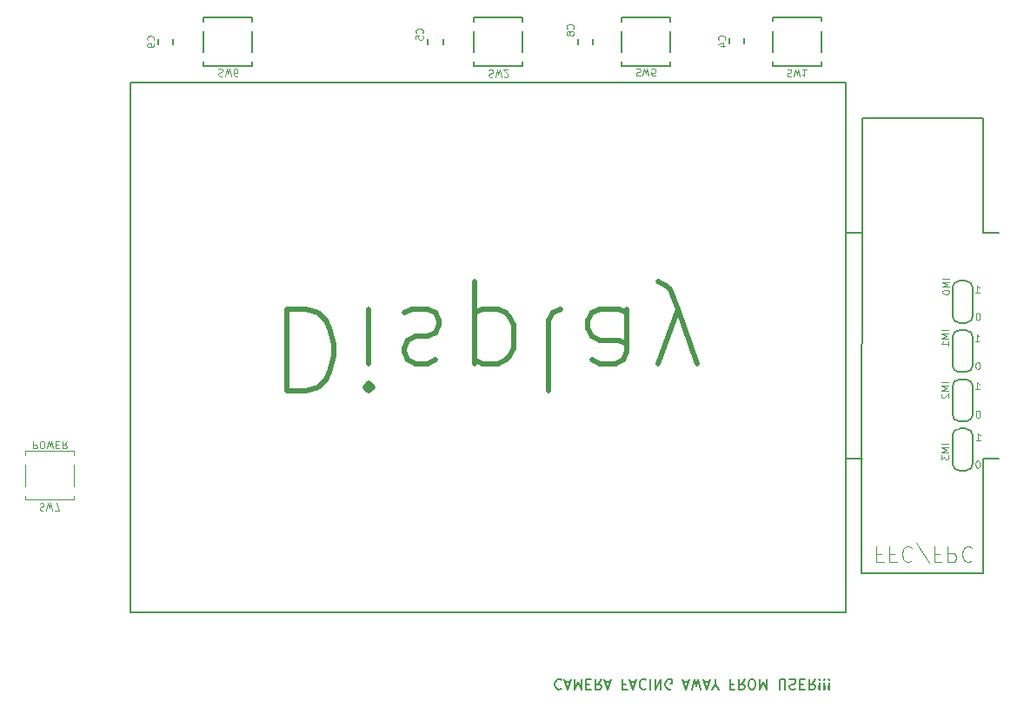
<source format=gbr>
%TF.GenerationSoftware,KiCad,Pcbnew,(6.0.8)*%
%TF.CreationDate,2023-04-21T14:35:49+02:00*%
%TF.ProjectId,Thermometer_IR_v2,54686572-6d6f-46d6-9574-65725f49525f,rev?*%
%TF.SameCoordinates,Original*%
%TF.FileFunction,Legend,Bot*%
%TF.FilePolarity,Positive*%
%FSLAX46Y46*%
G04 Gerber Fmt 4.6, Leading zero omitted, Abs format (unit mm)*
G04 Created by KiCad (PCBNEW (6.0.8)) date 2023-04-21 14:35:49*
%MOMM*%
%LPD*%
G01*
G04 APERTURE LIST*
%ADD10C,0.150000*%
%ADD11C,0.200000*%
%ADD12C,0.120000*%
%ADD13C,0.500000*%
G04 APERTURE END LIST*
D10*
X198748847Y-71335664D02*
X197188947Y-71335664D01*
X210543900Y-60148041D02*
X210543900Y-71324041D01*
X210543900Y-71324041D02*
X212103800Y-71324041D01*
X210543900Y-104521841D02*
X198732900Y-104521841D01*
X198732900Y-104547241D02*
X198745600Y-60173441D01*
X198748847Y-93335664D02*
X197188947Y-93335664D01*
D11*
X127453130Y-56660264D02*
X197196870Y-56660264D01*
X197196870Y-56660264D02*
X197196870Y-108298977D01*
X197196870Y-108298977D02*
X127453130Y-108298977D01*
X127453130Y-108298977D02*
X127453130Y-56660264D01*
D10*
X212103800Y-93320441D02*
X210543900Y-93320441D01*
X210543900Y-93320441D02*
X210543900Y-104521841D01*
X198745600Y-60148041D02*
X210543900Y-60148041D01*
D12*
X207166666Y-85941666D02*
X206466666Y-85941666D01*
X207166666Y-86275000D02*
X206466666Y-86275000D01*
X206966666Y-86508333D01*
X206466666Y-86741666D01*
X207166666Y-86741666D01*
X206533333Y-87041666D02*
X206500000Y-87075000D01*
X206466666Y-87141666D01*
X206466666Y-87308333D01*
X206500000Y-87375000D01*
X206533333Y-87408333D01*
X206600000Y-87441666D01*
X206666666Y-87441666D01*
X206766666Y-87408333D01*
X207166666Y-87008333D01*
X207166666Y-87441666D01*
X207266666Y-75816666D02*
X206566666Y-75816666D01*
X207266666Y-76150000D02*
X206566666Y-76150000D01*
X207066666Y-76383333D01*
X206566666Y-76616666D01*
X207266666Y-76616666D01*
X206566666Y-77083333D02*
X206566666Y-77150000D01*
X206600000Y-77216666D01*
X206633333Y-77250000D01*
X206700000Y-77283333D01*
X206833333Y-77316666D01*
X207000000Y-77316666D01*
X207133333Y-77283333D01*
X207200000Y-77250000D01*
X207233333Y-77216666D01*
X207266666Y-77150000D01*
X207266666Y-77083333D01*
X207233333Y-77016666D01*
X207200000Y-76983333D01*
X207133333Y-76950000D01*
X207000000Y-76916666D01*
X206833333Y-76916666D01*
X206700000Y-76950000D01*
X206633333Y-76983333D01*
X206600000Y-77016666D01*
X206566666Y-77083333D01*
X118008333Y-91658333D02*
X118008333Y-92358333D01*
X118275000Y-92358333D01*
X118341666Y-92325000D01*
X118375000Y-92291666D01*
X118408333Y-92225000D01*
X118408333Y-92125000D01*
X118375000Y-92058333D01*
X118341666Y-92025000D01*
X118275000Y-91991666D01*
X118008333Y-91991666D01*
X118841666Y-92358333D02*
X118975000Y-92358333D01*
X119041666Y-92325000D01*
X119108333Y-92258333D01*
X119141666Y-92125000D01*
X119141666Y-91891666D01*
X119108333Y-91758333D01*
X119041666Y-91691666D01*
X118975000Y-91658333D01*
X118841666Y-91658333D01*
X118775000Y-91691666D01*
X118708333Y-91758333D01*
X118675000Y-91891666D01*
X118675000Y-92125000D01*
X118708333Y-92258333D01*
X118775000Y-92325000D01*
X118841666Y-92358333D01*
X119375000Y-92358333D02*
X119541666Y-91658333D01*
X119675000Y-92158333D01*
X119808333Y-91658333D01*
X119975000Y-92358333D01*
X120241666Y-92025000D02*
X120475000Y-92025000D01*
X120575000Y-91658333D02*
X120241666Y-91658333D01*
X120241666Y-92358333D01*
X120575000Y-92358333D01*
X121275000Y-91658333D02*
X121041666Y-91991666D01*
X120875000Y-91658333D02*
X120875000Y-92358333D01*
X121141666Y-92358333D01*
X121208333Y-92325000D01*
X121241666Y-92291666D01*
X121275000Y-92225000D01*
X121275000Y-92125000D01*
X121241666Y-92058333D01*
X121208333Y-92025000D01*
X121141666Y-91991666D01*
X120875000Y-91991666D01*
D13*
X142699849Y-78766616D02*
X142699849Y-86766616D01*
X144604611Y-86766616D01*
X145747468Y-86385664D01*
X146509373Y-85623759D01*
X146890325Y-84861854D01*
X147271277Y-83338044D01*
X147271277Y-82195187D01*
X146890325Y-80671378D01*
X146509373Y-79909473D01*
X145747468Y-79147568D01*
X144604611Y-78766616D01*
X142699849Y-78766616D01*
X150699849Y-78766616D02*
X150699849Y-84099949D01*
X150699849Y-86766616D02*
X150318897Y-86385664D01*
X150699849Y-86004711D01*
X151080801Y-86385664D01*
X150699849Y-86766616D01*
X150699849Y-86004711D01*
X154128420Y-79147568D02*
X154890325Y-78766616D01*
X156414135Y-78766616D01*
X157176039Y-79147568D01*
X157556992Y-79909473D01*
X157556992Y-80290425D01*
X157176039Y-81052330D01*
X156414135Y-81433283D01*
X155271277Y-81433283D01*
X154509373Y-81814235D01*
X154128420Y-82576140D01*
X154128420Y-82957092D01*
X154509373Y-83718997D01*
X155271277Y-84099949D01*
X156414135Y-84099949D01*
X157176039Y-83718997D01*
X160985563Y-84099949D02*
X160985563Y-76099949D01*
X160985563Y-83718997D02*
X161747468Y-84099949D01*
X163271277Y-84099949D01*
X164033182Y-83718997D01*
X164414135Y-83338044D01*
X164795087Y-82576140D01*
X164795087Y-80290425D01*
X164414135Y-79528521D01*
X164033182Y-79147568D01*
X163271277Y-78766616D01*
X161747468Y-78766616D01*
X160985563Y-79147568D01*
X169366516Y-78766616D02*
X168604611Y-79147568D01*
X168223658Y-79909473D01*
X168223658Y-86766616D01*
X175842706Y-78766616D02*
X175842706Y-82957092D01*
X175461754Y-83718997D01*
X174699849Y-84099949D01*
X173176039Y-84099949D01*
X172414135Y-83718997D01*
X175842706Y-79147568D02*
X175080801Y-78766616D01*
X173176039Y-78766616D01*
X172414135Y-79147568D01*
X172033182Y-79909473D01*
X172033182Y-80671378D01*
X172414135Y-81433283D01*
X173176039Y-81814235D01*
X175080801Y-81814235D01*
X175842706Y-82195187D01*
X178890325Y-84099949D02*
X180795087Y-78766616D01*
X182699849Y-84099949D02*
X180795087Y-78766616D01*
X180033182Y-76861854D01*
X179652230Y-76480902D01*
X178890325Y-76099949D01*
D12*
X207191666Y-80841666D02*
X206491666Y-80841666D01*
X207191666Y-81175000D02*
X206491666Y-81175000D01*
X206991666Y-81408333D01*
X206491666Y-81641666D01*
X207191666Y-81641666D01*
X207191666Y-82341666D02*
X207191666Y-81941666D01*
X207191666Y-82141666D02*
X206491666Y-82141666D01*
X206591666Y-82075000D01*
X206658333Y-82008333D01*
X206691666Y-81941666D01*
X207191666Y-91916666D02*
X206491666Y-91916666D01*
X207191666Y-92250000D02*
X206491666Y-92250000D01*
X206991666Y-92483333D01*
X206491666Y-92716666D01*
X207191666Y-92716666D01*
X206491666Y-92983333D02*
X206491666Y-93416666D01*
X206758333Y-93183333D01*
X206758333Y-93283333D01*
X206791666Y-93350000D01*
X206825000Y-93383333D01*
X206891666Y-93416666D01*
X207058333Y-93416666D01*
X207125000Y-93383333D01*
X207158333Y-93350000D01*
X207191666Y-93283333D01*
X207191666Y-93083333D01*
X207158333Y-93016666D01*
X207125000Y-92983333D01*
X200661754Y-102692806D02*
X200161754Y-102692806D01*
X200161754Y-101907092D02*
X200161754Y-103407092D01*
X200876039Y-103407092D01*
X201947468Y-102692806D02*
X201447468Y-102692806D01*
X201447468Y-101907092D02*
X201447468Y-103407092D01*
X202161754Y-103407092D01*
X203590325Y-102049949D02*
X203518897Y-101978521D01*
X203304611Y-101907092D01*
X203161754Y-101907092D01*
X202947468Y-101978521D01*
X202804611Y-102121378D01*
X202733182Y-102264235D01*
X202661754Y-102549949D01*
X202661754Y-102764235D01*
X202733182Y-103049949D01*
X202804611Y-103192806D01*
X202947468Y-103335664D01*
X203161754Y-103407092D01*
X203304611Y-103407092D01*
X203518897Y-103335664D01*
X203590325Y-103264235D01*
X205304611Y-103478521D02*
X204018897Y-101549949D01*
X206304611Y-102692806D02*
X205804611Y-102692806D01*
X205804611Y-101907092D02*
X205804611Y-103407092D01*
X206518897Y-103407092D01*
X207090325Y-101907092D02*
X207090325Y-103407092D01*
X207661754Y-103407092D01*
X207804611Y-103335664D01*
X207876039Y-103264235D01*
X207947468Y-103121378D01*
X207947468Y-102907092D01*
X207876039Y-102764235D01*
X207804611Y-102692806D01*
X207661754Y-102621378D01*
X207090325Y-102621378D01*
X209447468Y-102049949D02*
X209376039Y-101978521D01*
X209161754Y-101907092D01*
X209018897Y-101907092D01*
X208804611Y-101978521D01*
X208661754Y-102121378D01*
X208590325Y-102264235D01*
X208518897Y-102549949D01*
X208518897Y-102764235D01*
X208590325Y-103049949D01*
X208661754Y-103192806D01*
X208804611Y-103335664D01*
X209018897Y-103407092D01*
X209161754Y-103407092D01*
X209376039Y-103335664D01*
X209447468Y-103264235D01*
D10*
X169463095Y-114942857D02*
X169415476Y-114895238D01*
X169272619Y-114847619D01*
X169177380Y-114847619D01*
X169034523Y-114895238D01*
X168939285Y-114990476D01*
X168891666Y-115085714D01*
X168844047Y-115276190D01*
X168844047Y-115419047D01*
X168891666Y-115609523D01*
X168939285Y-115704761D01*
X169034523Y-115800000D01*
X169177380Y-115847619D01*
X169272619Y-115847619D01*
X169415476Y-115800000D01*
X169463095Y-115752380D01*
X169844047Y-115133333D02*
X170320238Y-115133333D01*
X169748809Y-114847619D02*
X170082142Y-115847619D01*
X170415476Y-114847619D01*
X170748809Y-114847619D02*
X170748809Y-115847619D01*
X171082142Y-115133333D01*
X171415476Y-115847619D01*
X171415476Y-114847619D01*
X171891666Y-115371428D02*
X172225000Y-115371428D01*
X172367857Y-114847619D02*
X171891666Y-114847619D01*
X171891666Y-115847619D01*
X172367857Y-115847619D01*
X173367857Y-114847619D02*
X173034523Y-115323809D01*
X172796428Y-114847619D02*
X172796428Y-115847619D01*
X173177380Y-115847619D01*
X173272619Y-115800000D01*
X173320238Y-115752380D01*
X173367857Y-115657142D01*
X173367857Y-115514285D01*
X173320238Y-115419047D01*
X173272619Y-115371428D01*
X173177380Y-115323809D01*
X172796428Y-115323809D01*
X173748809Y-115133333D02*
X174225000Y-115133333D01*
X173653571Y-114847619D02*
X173986904Y-115847619D01*
X174320238Y-114847619D01*
X175748809Y-115371428D02*
X175415476Y-115371428D01*
X175415476Y-114847619D02*
X175415476Y-115847619D01*
X175891666Y-115847619D01*
X176225000Y-115133333D02*
X176701190Y-115133333D01*
X176129761Y-114847619D02*
X176463095Y-115847619D01*
X176796428Y-114847619D01*
X177701190Y-114942857D02*
X177653571Y-114895238D01*
X177510714Y-114847619D01*
X177415476Y-114847619D01*
X177272619Y-114895238D01*
X177177380Y-114990476D01*
X177129761Y-115085714D01*
X177082142Y-115276190D01*
X177082142Y-115419047D01*
X177129761Y-115609523D01*
X177177380Y-115704761D01*
X177272619Y-115800000D01*
X177415476Y-115847619D01*
X177510714Y-115847619D01*
X177653571Y-115800000D01*
X177701190Y-115752380D01*
X178129761Y-114847619D02*
X178129761Y-115847619D01*
X178605952Y-114847619D02*
X178605952Y-115847619D01*
X179177380Y-114847619D01*
X179177380Y-115847619D01*
X180177380Y-115800000D02*
X180082142Y-115847619D01*
X179939285Y-115847619D01*
X179796428Y-115800000D01*
X179701190Y-115704761D01*
X179653571Y-115609523D01*
X179605952Y-115419047D01*
X179605952Y-115276190D01*
X179653571Y-115085714D01*
X179701190Y-114990476D01*
X179796428Y-114895238D01*
X179939285Y-114847619D01*
X180034523Y-114847619D01*
X180177380Y-114895238D01*
X180225000Y-114942857D01*
X180225000Y-115276190D01*
X180034523Y-115276190D01*
X181367857Y-115133333D02*
X181844047Y-115133333D01*
X181272619Y-114847619D02*
X181605952Y-115847619D01*
X181939285Y-114847619D01*
X182177380Y-115847619D02*
X182415476Y-114847619D01*
X182605952Y-115561904D01*
X182796428Y-114847619D01*
X183034523Y-115847619D01*
X183367857Y-115133333D02*
X183844047Y-115133333D01*
X183272619Y-114847619D02*
X183605952Y-115847619D01*
X183939285Y-114847619D01*
X184463095Y-115323809D02*
X184463095Y-114847619D01*
X184129761Y-115847619D02*
X184463095Y-115323809D01*
X184796428Y-115847619D01*
X186225000Y-115371428D02*
X185891666Y-115371428D01*
X185891666Y-114847619D02*
X185891666Y-115847619D01*
X186367857Y-115847619D01*
X187320238Y-114847619D02*
X186986904Y-115323809D01*
X186748809Y-114847619D02*
X186748809Y-115847619D01*
X187129761Y-115847619D01*
X187225000Y-115800000D01*
X187272619Y-115752380D01*
X187320238Y-115657142D01*
X187320238Y-115514285D01*
X187272619Y-115419047D01*
X187225000Y-115371428D01*
X187129761Y-115323809D01*
X186748809Y-115323809D01*
X187939285Y-115847619D02*
X188129761Y-115847619D01*
X188225000Y-115800000D01*
X188320238Y-115704761D01*
X188367857Y-115514285D01*
X188367857Y-115180952D01*
X188320238Y-114990476D01*
X188225000Y-114895238D01*
X188129761Y-114847619D01*
X187939285Y-114847619D01*
X187844047Y-114895238D01*
X187748809Y-114990476D01*
X187701190Y-115180952D01*
X187701190Y-115514285D01*
X187748809Y-115704761D01*
X187844047Y-115800000D01*
X187939285Y-115847619D01*
X188796428Y-114847619D02*
X188796428Y-115847619D01*
X189129761Y-115133333D01*
X189463095Y-115847619D01*
X189463095Y-114847619D01*
X190701190Y-115847619D02*
X190701190Y-115038095D01*
X190748809Y-114942857D01*
X190796428Y-114895238D01*
X190891666Y-114847619D01*
X191082142Y-114847619D01*
X191177380Y-114895238D01*
X191225000Y-114942857D01*
X191272619Y-115038095D01*
X191272619Y-115847619D01*
X191701190Y-114895238D02*
X191844047Y-114847619D01*
X192082142Y-114847619D01*
X192177380Y-114895238D01*
X192225000Y-114942857D01*
X192272619Y-115038095D01*
X192272619Y-115133333D01*
X192225000Y-115228571D01*
X192177380Y-115276190D01*
X192082142Y-115323809D01*
X191891666Y-115371428D01*
X191796428Y-115419047D01*
X191748809Y-115466666D01*
X191701190Y-115561904D01*
X191701190Y-115657142D01*
X191748809Y-115752380D01*
X191796428Y-115800000D01*
X191891666Y-115847619D01*
X192129761Y-115847619D01*
X192272619Y-115800000D01*
X192701190Y-115371428D02*
X193034523Y-115371428D01*
X193177380Y-114847619D02*
X192701190Y-114847619D01*
X192701190Y-115847619D01*
X193177380Y-115847619D01*
X194177380Y-114847619D02*
X193844047Y-115323809D01*
X193605952Y-114847619D02*
X193605952Y-115847619D01*
X193986904Y-115847619D01*
X194082142Y-115800000D01*
X194129761Y-115752380D01*
X194177380Y-115657142D01*
X194177380Y-115514285D01*
X194129761Y-115419047D01*
X194082142Y-115371428D01*
X193986904Y-115323809D01*
X193605952Y-115323809D01*
X194605952Y-114942857D02*
X194653571Y-114895238D01*
X194605952Y-114847619D01*
X194558333Y-114895238D01*
X194605952Y-114942857D01*
X194605952Y-114847619D01*
X194605952Y-115228571D02*
X194558333Y-115800000D01*
X194605952Y-115847619D01*
X194653571Y-115800000D01*
X194605952Y-115228571D01*
X194605952Y-115847619D01*
X195082142Y-114942857D02*
X195129761Y-114895238D01*
X195082142Y-114847619D01*
X195034523Y-114895238D01*
X195082142Y-114942857D01*
X195082142Y-114847619D01*
X195082142Y-115228571D02*
X195034523Y-115800000D01*
X195082142Y-115847619D01*
X195129761Y-115800000D01*
X195082142Y-115228571D01*
X195082142Y-115847619D01*
X195558333Y-114942857D02*
X195605952Y-114895238D01*
X195558333Y-114847619D01*
X195510714Y-114895238D01*
X195558333Y-114942857D01*
X195558333Y-114847619D01*
X195558333Y-115228571D02*
X195510714Y-115800000D01*
X195558333Y-115847619D01*
X195605952Y-115800000D01*
X195558333Y-115228571D01*
X195558333Y-115847619D01*
D12*
%TO.C,SW7*%
X118666666Y-97741666D02*
X118766666Y-97708333D01*
X118933333Y-97708333D01*
X119000000Y-97741666D01*
X119033333Y-97775000D01*
X119066666Y-97841666D01*
X119066666Y-97908333D01*
X119033333Y-97975000D01*
X119000000Y-98008333D01*
X118933333Y-98041666D01*
X118800000Y-98075000D01*
X118733333Y-98108333D01*
X118700000Y-98141666D01*
X118666666Y-98208333D01*
X118666666Y-98275000D01*
X118700000Y-98341666D01*
X118733333Y-98375000D01*
X118800000Y-98408333D01*
X118966666Y-98408333D01*
X119066666Y-98375000D01*
X119300000Y-98408333D02*
X119466666Y-97708333D01*
X119600000Y-98208333D01*
X119733333Y-97708333D01*
X119900000Y-98408333D01*
X120100000Y-98408333D02*
X120566666Y-98408333D01*
X120266666Y-97708333D01*
%TO.C,JP3*%
X209800000Y-86616666D02*
X210200000Y-86616666D01*
X210000000Y-86616666D02*
X210000000Y-85916666D01*
X210066666Y-86016666D01*
X210133333Y-86083333D01*
X210200000Y-86116666D01*
X210083333Y-88666666D02*
X210016666Y-88666666D01*
X209950000Y-88700000D01*
X209916666Y-88733333D01*
X209883333Y-88800000D01*
X209850000Y-88933333D01*
X209850000Y-89100000D01*
X209883333Y-89233333D01*
X209916666Y-89300000D01*
X209950000Y-89333333D01*
X210016666Y-89366666D01*
X210083333Y-89366666D01*
X210150000Y-89333333D01*
X210183333Y-89300000D01*
X210216666Y-89233333D01*
X210250000Y-89100000D01*
X210250000Y-88933333D01*
X210216666Y-88800000D01*
X210183333Y-88733333D01*
X210150000Y-88700000D01*
X210083333Y-88666666D01*
%TO.C,C4*%
X185375000Y-52533333D02*
X185408333Y-52500000D01*
X185441666Y-52400000D01*
X185441666Y-52333333D01*
X185408333Y-52233333D01*
X185341666Y-52166666D01*
X185275000Y-52133333D01*
X185141666Y-52100000D01*
X185041666Y-52100000D01*
X184908333Y-52133333D01*
X184841666Y-52166666D01*
X184775000Y-52233333D01*
X184741666Y-52333333D01*
X184741666Y-52400000D01*
X184775000Y-52500000D01*
X184808333Y-52533333D01*
X184975000Y-53133333D02*
X185441666Y-53133333D01*
X184708333Y-52966666D02*
X185208333Y-52800000D01*
X185208333Y-53233333D01*
%TO.C,JP2*%
X210058333Y-83941666D02*
X209991666Y-83941666D01*
X209925000Y-83975000D01*
X209891666Y-84008333D01*
X209858333Y-84075000D01*
X209825000Y-84208333D01*
X209825000Y-84375000D01*
X209858333Y-84508333D01*
X209891666Y-84575000D01*
X209925000Y-84608333D01*
X209991666Y-84641666D01*
X210058333Y-84641666D01*
X210125000Y-84608333D01*
X210158333Y-84575000D01*
X210191666Y-84508333D01*
X210225000Y-84375000D01*
X210225000Y-84208333D01*
X210191666Y-84075000D01*
X210158333Y-84008333D01*
X210125000Y-83975000D01*
X210058333Y-83941666D01*
X209750000Y-81941666D02*
X210150000Y-81941666D01*
X209950000Y-81941666D02*
X209950000Y-81241666D01*
X210016666Y-81341666D01*
X210083333Y-81408333D01*
X210150000Y-81441666D01*
%TO.C,JP1*%
X209800000Y-77166666D02*
X210200000Y-77166666D01*
X210000000Y-77166666D02*
X210000000Y-76466666D01*
X210066666Y-76566666D01*
X210133333Y-76633333D01*
X210200000Y-76666666D01*
X210083333Y-79166666D02*
X210016666Y-79166666D01*
X209950000Y-79200000D01*
X209916666Y-79233333D01*
X209883333Y-79300000D01*
X209850000Y-79433333D01*
X209850000Y-79600000D01*
X209883333Y-79733333D01*
X209916666Y-79800000D01*
X209950000Y-79833333D01*
X210016666Y-79866666D01*
X210083333Y-79866666D01*
X210150000Y-79833333D01*
X210183333Y-79800000D01*
X210216666Y-79733333D01*
X210250000Y-79600000D01*
X210250000Y-79433333D01*
X210216666Y-79300000D01*
X210183333Y-79233333D01*
X210150000Y-79200000D01*
X210083333Y-79166666D01*
%TO.C,SW5*%
X176757920Y-55376930D02*
X176857920Y-55343597D01*
X177024587Y-55343597D01*
X177091254Y-55376930D01*
X177124587Y-55410264D01*
X177157920Y-55476930D01*
X177157920Y-55543597D01*
X177124587Y-55610264D01*
X177091254Y-55643597D01*
X177024587Y-55676930D01*
X176891254Y-55710264D01*
X176824587Y-55743597D01*
X176791254Y-55776930D01*
X176757920Y-55843597D01*
X176757920Y-55910264D01*
X176791254Y-55976930D01*
X176824587Y-56010264D01*
X176891254Y-56043597D01*
X177057920Y-56043597D01*
X177157920Y-56010264D01*
X177391254Y-56043597D02*
X177557920Y-55343597D01*
X177691254Y-55843597D01*
X177824587Y-55343597D01*
X177991254Y-56043597D01*
X178591254Y-56043597D02*
X178257920Y-56043597D01*
X178224587Y-55710264D01*
X178257920Y-55743597D01*
X178324587Y-55776930D01*
X178491254Y-55776930D01*
X178557920Y-55743597D01*
X178591254Y-55710264D01*
X178624587Y-55643597D01*
X178624587Y-55476930D01*
X178591254Y-55410264D01*
X178557920Y-55376930D01*
X178491254Y-55343597D01*
X178324587Y-55343597D01*
X178257920Y-55376930D01*
X178224587Y-55410264D01*
%TO.C,SW1*%
X191476817Y-55426930D02*
X191576817Y-55393597D01*
X191743484Y-55393597D01*
X191810151Y-55426930D01*
X191843484Y-55460264D01*
X191876817Y-55526930D01*
X191876817Y-55593597D01*
X191843484Y-55660264D01*
X191810151Y-55693597D01*
X191743484Y-55726930D01*
X191610151Y-55760264D01*
X191543484Y-55793597D01*
X191510151Y-55826930D01*
X191476817Y-55893597D01*
X191476817Y-55960264D01*
X191510151Y-56026930D01*
X191543484Y-56060264D01*
X191610151Y-56093597D01*
X191776817Y-56093597D01*
X191876817Y-56060264D01*
X192110151Y-56093597D02*
X192276817Y-55393597D01*
X192410151Y-55893597D01*
X192543484Y-55393597D01*
X192710151Y-56093597D01*
X193343484Y-55393597D02*
X192943484Y-55393597D01*
X193143484Y-55393597D02*
X193143484Y-56093597D01*
X193076817Y-55993597D01*
X193010151Y-55926930D01*
X192943484Y-55893597D01*
%TO.C,SW6*%
X136066666Y-55391666D02*
X136166666Y-55358333D01*
X136333333Y-55358333D01*
X136400000Y-55391666D01*
X136433333Y-55425000D01*
X136466666Y-55491666D01*
X136466666Y-55558333D01*
X136433333Y-55625000D01*
X136400000Y-55658333D01*
X136333333Y-55691666D01*
X136200000Y-55725000D01*
X136133333Y-55758333D01*
X136100000Y-55791666D01*
X136066666Y-55858333D01*
X136066666Y-55925000D01*
X136100000Y-55991666D01*
X136133333Y-56025000D01*
X136200000Y-56058333D01*
X136366666Y-56058333D01*
X136466666Y-56025000D01*
X136700000Y-56058333D02*
X136866666Y-55358333D01*
X137000000Y-55858333D01*
X137133333Y-55358333D01*
X137300000Y-56058333D01*
X137866666Y-56058333D02*
X137733333Y-56058333D01*
X137666666Y-56025000D01*
X137633333Y-55991666D01*
X137566666Y-55891666D01*
X137533333Y-55758333D01*
X137533333Y-55491666D01*
X137566666Y-55425000D01*
X137600000Y-55391666D01*
X137666666Y-55358333D01*
X137800000Y-55358333D01*
X137866666Y-55391666D01*
X137900000Y-55425000D01*
X137933333Y-55491666D01*
X137933333Y-55658333D01*
X137900000Y-55725000D01*
X137866666Y-55758333D01*
X137800000Y-55791666D01*
X137666666Y-55791666D01*
X137600000Y-55758333D01*
X137566666Y-55725000D01*
X137533333Y-55658333D01*
%TO.C,C8*%
X170625000Y-51433333D02*
X170658333Y-51400000D01*
X170691666Y-51300000D01*
X170691666Y-51233333D01*
X170658333Y-51133333D01*
X170591666Y-51066666D01*
X170525000Y-51033333D01*
X170391666Y-51000000D01*
X170291666Y-51000000D01*
X170158333Y-51033333D01*
X170091666Y-51066666D01*
X170025000Y-51133333D01*
X169991666Y-51233333D01*
X169991666Y-51300000D01*
X170025000Y-51400000D01*
X170058333Y-51433333D01*
X170291666Y-51833333D02*
X170258333Y-51766666D01*
X170225000Y-51733333D01*
X170158333Y-51700000D01*
X170125000Y-51700000D01*
X170058333Y-51733333D01*
X170025000Y-51766666D01*
X169991666Y-51833333D01*
X169991666Y-51966666D01*
X170025000Y-52033333D01*
X170058333Y-52066666D01*
X170125000Y-52100000D01*
X170158333Y-52100000D01*
X170225000Y-52066666D01*
X170258333Y-52033333D01*
X170291666Y-51966666D01*
X170291666Y-51833333D01*
X170325000Y-51766666D01*
X170358333Y-51733333D01*
X170425000Y-51700000D01*
X170558333Y-51700000D01*
X170625000Y-51733333D01*
X170658333Y-51766666D01*
X170691666Y-51833333D01*
X170691666Y-51966666D01*
X170658333Y-52033333D01*
X170625000Y-52066666D01*
X170558333Y-52100000D01*
X170425000Y-52100000D01*
X170358333Y-52066666D01*
X170325000Y-52033333D01*
X170291666Y-51966666D01*
%TO.C,C9*%
X129750000Y-52583333D02*
X129783333Y-52550000D01*
X129816666Y-52450000D01*
X129816666Y-52383333D01*
X129783333Y-52283333D01*
X129716666Y-52216666D01*
X129650000Y-52183333D01*
X129516666Y-52150000D01*
X129416666Y-52150000D01*
X129283333Y-52183333D01*
X129216666Y-52216666D01*
X129150000Y-52283333D01*
X129116666Y-52383333D01*
X129116666Y-52450000D01*
X129150000Y-52550000D01*
X129183333Y-52583333D01*
X129816666Y-52916666D02*
X129816666Y-53050000D01*
X129783333Y-53116666D01*
X129750000Y-53150000D01*
X129650000Y-53216666D01*
X129516666Y-53250000D01*
X129250000Y-53250000D01*
X129183333Y-53216666D01*
X129150000Y-53183333D01*
X129116666Y-53116666D01*
X129116666Y-52983333D01*
X129150000Y-52916666D01*
X129183333Y-52883333D01*
X129250000Y-52850000D01*
X129416666Y-52850000D01*
X129483333Y-52883333D01*
X129516666Y-52916666D01*
X129550000Y-52983333D01*
X129550000Y-53116666D01*
X129516666Y-53183333D01*
X129483333Y-53216666D01*
X129416666Y-53250000D01*
%TO.C,JP4*%
X209875000Y-91566666D02*
X210275000Y-91566666D01*
X210075000Y-91566666D02*
X210075000Y-90866666D01*
X210141666Y-90966666D01*
X210208333Y-91033333D01*
X210275000Y-91066666D01*
X210058333Y-93541666D02*
X209991666Y-93541666D01*
X209925000Y-93575000D01*
X209891666Y-93608333D01*
X209858333Y-93675000D01*
X209825000Y-93808333D01*
X209825000Y-93975000D01*
X209858333Y-94108333D01*
X209891666Y-94175000D01*
X209925000Y-94208333D01*
X209991666Y-94241666D01*
X210058333Y-94241666D01*
X210125000Y-94208333D01*
X210158333Y-94175000D01*
X210191666Y-94108333D01*
X210225000Y-93975000D01*
X210225000Y-93808333D01*
X210191666Y-93675000D01*
X210158333Y-93608333D01*
X210125000Y-93575000D01*
X210058333Y-93541666D01*
%TO.C,C5*%
X155925000Y-51858333D02*
X155958333Y-51825000D01*
X155991666Y-51725000D01*
X155991666Y-51658333D01*
X155958333Y-51558333D01*
X155891666Y-51491666D01*
X155825000Y-51458333D01*
X155691666Y-51425000D01*
X155591666Y-51425000D01*
X155458333Y-51458333D01*
X155391666Y-51491666D01*
X155325000Y-51558333D01*
X155291666Y-51658333D01*
X155291666Y-51725000D01*
X155325000Y-51825000D01*
X155358333Y-51858333D01*
X155291666Y-52491666D02*
X155291666Y-52158333D01*
X155625000Y-52125000D01*
X155591666Y-52158333D01*
X155558333Y-52225000D01*
X155558333Y-52391666D01*
X155591666Y-52458333D01*
X155625000Y-52491666D01*
X155691666Y-52525000D01*
X155858333Y-52525000D01*
X155925000Y-52491666D01*
X155958333Y-52458333D01*
X155991666Y-52391666D01*
X155991666Y-52225000D01*
X155958333Y-52158333D01*
X155925000Y-52125000D01*
%TO.C,SW2*%
X162407920Y-55491666D02*
X162507920Y-55458333D01*
X162674587Y-55458333D01*
X162741254Y-55491666D01*
X162774587Y-55525000D01*
X162807920Y-55591666D01*
X162807920Y-55658333D01*
X162774587Y-55725000D01*
X162741254Y-55758333D01*
X162674587Y-55791666D01*
X162541254Y-55825000D01*
X162474587Y-55858333D01*
X162441254Y-55891666D01*
X162407920Y-55958333D01*
X162407920Y-56025000D01*
X162441254Y-56091666D01*
X162474587Y-56125000D01*
X162541254Y-56158333D01*
X162707920Y-56158333D01*
X162807920Y-56125000D01*
X163041254Y-56158333D02*
X163207920Y-55458333D01*
X163341254Y-55958333D01*
X163474587Y-55458333D01*
X163641254Y-56158333D01*
X163874587Y-56091666D02*
X163907920Y-56125000D01*
X163974587Y-56158333D01*
X164141254Y-56158333D01*
X164207920Y-56125000D01*
X164241254Y-56091666D01*
X164274587Y-56025000D01*
X164274587Y-55958333D01*
X164241254Y-55858333D01*
X163841254Y-55458333D01*
X164274587Y-55458333D01*
%TO.C,SW7*%
X117230000Y-97370000D02*
X117230000Y-96970000D01*
X121970000Y-92630000D02*
X117230000Y-92630000D01*
X121970000Y-97370000D02*
X117230000Y-97370000D01*
X121970000Y-97370000D02*
X121970000Y-96970000D01*
X117230000Y-92630000D02*
X117230000Y-93030000D01*
X121970000Y-96030000D02*
X121970000Y-93970000D01*
X121970000Y-92630000D02*
X121970000Y-93030000D01*
X117230000Y-96030000D02*
X117230000Y-93970000D01*
D10*
%TO.C,JP3*%
X209550000Y-89075000D02*
X209550000Y-86275000D01*
X208250000Y-89725000D02*
X208850000Y-89725000D01*
X208850000Y-85625000D02*
X208250000Y-85625000D01*
X207550000Y-86275000D02*
X207550000Y-89075000D01*
X209550000Y-86325000D02*
G75*
G03*
X208850000Y-85625000I-699999J1D01*
G01*
X207550000Y-89025000D02*
G75*
G03*
X208250000Y-89725000I700000J0D01*
G01*
X208250000Y-85625000D02*
G75*
G03*
X207550000Y-86325000I-1J-699999D01*
G01*
X208850000Y-89725000D02*
G75*
G03*
X209550000Y-89025000I0J700000D01*
G01*
%TO.C,C4*%
X187303151Y-52399012D02*
X187303151Y-52921516D01*
X185833151Y-52399012D02*
X185833151Y-52921516D01*
%TO.C,JP2*%
X208250000Y-84925000D02*
X208850000Y-84925000D01*
X209550000Y-84275000D02*
X209550000Y-81475000D01*
X207550000Y-81475000D02*
X207550000Y-84275000D01*
X208850000Y-80825000D02*
X208250000Y-80825000D01*
X208850000Y-84925000D02*
G75*
G03*
X209550000Y-84225000I0J700000D01*
G01*
X207550000Y-84225000D02*
G75*
G03*
X208250000Y-84925000I700000J0D01*
G01*
X209550000Y-81525000D02*
G75*
G03*
X208850000Y-80825000I-699999J1D01*
G01*
X208250000Y-80825000D02*
G75*
G03*
X207550000Y-81525000I-1J-699999D01*
G01*
%TO.C,JP1*%
X208250000Y-80125000D02*
X208850000Y-80125000D01*
X209550000Y-79475000D02*
X209550000Y-76675000D01*
X207550000Y-76675000D02*
X207550000Y-79475000D01*
X208850000Y-76025000D02*
X208250000Y-76025000D01*
X208250000Y-76025000D02*
G75*
G03*
X207550000Y-76725000I-1J-699999D01*
G01*
X209550000Y-76725000D02*
G75*
G03*
X208850000Y-76025000I-699999J1D01*
G01*
X208850000Y-80125000D02*
G75*
G03*
X209550000Y-79425000I0J700000D01*
G01*
X207550000Y-79425000D02*
G75*
G03*
X208250000Y-80125000I700000J0D01*
G01*
%TO.C,SW5*%
X180061254Y-50340264D02*
X175321254Y-50340264D01*
X175321254Y-53740264D02*
X175321254Y-51680264D01*
X175321254Y-55080264D02*
X175321254Y-54680264D01*
X180061254Y-50340264D02*
X180061254Y-50740264D01*
X180061254Y-53740264D02*
X180061254Y-51680264D01*
X180061254Y-55080264D02*
X175321254Y-55080264D01*
X180061254Y-55080264D02*
X180061254Y-54680264D01*
X175321254Y-50340264D02*
X175321254Y-50740264D01*
%TO.C,SW1*%
X194780151Y-55055664D02*
X190040151Y-55055664D01*
X190040151Y-53715664D02*
X190040151Y-51655664D01*
X194780151Y-53715664D02*
X194780151Y-51655664D01*
X194780151Y-55055664D02*
X194780151Y-54655664D01*
X190040151Y-55055664D02*
X190040151Y-54655664D01*
X194780151Y-50315664D02*
X190040151Y-50315664D01*
X190040151Y-50315664D02*
X190040151Y-50715664D01*
X194780151Y-50315664D02*
X194780151Y-50715664D01*
%TO.C,SW6*%
X139370000Y-53740264D02*
X139370000Y-51680264D01*
X134630000Y-50340264D02*
X134630000Y-50740264D01*
X134630000Y-53740264D02*
X134630000Y-51680264D01*
X134630000Y-55080264D02*
X134630000Y-54680264D01*
X139370000Y-50340264D02*
X139370000Y-50740264D01*
X139370000Y-55080264D02*
X139370000Y-54680264D01*
X139370000Y-55080264D02*
X134630000Y-55080264D01*
X139370000Y-50340264D02*
X134630000Y-50340264D01*
%TO.C,C8*%
X172526254Y-52449012D02*
X172526254Y-52971516D01*
X171056254Y-52449012D02*
X171056254Y-52971516D01*
%TO.C,C9*%
X131635000Y-52449012D02*
X131635000Y-52971516D01*
X130165000Y-52449012D02*
X130165000Y-52971516D01*
%TO.C,JP4*%
X209550000Y-93875000D02*
X209550000Y-91075000D01*
X208250000Y-94525000D02*
X208850000Y-94525000D01*
X207550000Y-91075000D02*
X207550000Y-93875000D01*
X208850000Y-90425000D02*
X208250000Y-90425000D01*
X208850000Y-94525000D02*
G75*
G03*
X209550000Y-93825000I0J700000D01*
G01*
X208250000Y-90425000D02*
G75*
G03*
X207550000Y-91125000I-1J-699999D01*
G01*
X207550000Y-93825000D02*
G75*
G03*
X208250000Y-94525000I700000J0D01*
G01*
X209550000Y-91125000D02*
G75*
G03*
X208850000Y-90425000I-699999J1D01*
G01*
%TO.C,C5*%
X157951683Y-52463748D02*
X157951683Y-52986252D01*
X156481683Y-52463748D02*
X156481683Y-52986252D01*
%TO.C,SW2*%
X160971254Y-53755000D02*
X160971254Y-51695000D01*
X160971254Y-50355000D02*
X160971254Y-50755000D01*
X165711254Y-50355000D02*
X160971254Y-50355000D01*
X165711254Y-55095000D02*
X160971254Y-55095000D01*
X160971254Y-55095000D02*
X160971254Y-54695000D01*
X165711254Y-55095000D02*
X165711254Y-54695000D01*
X165711254Y-53755000D02*
X165711254Y-51695000D01*
X165711254Y-50355000D02*
X165711254Y-50755000D01*
%TD*%
M02*

</source>
